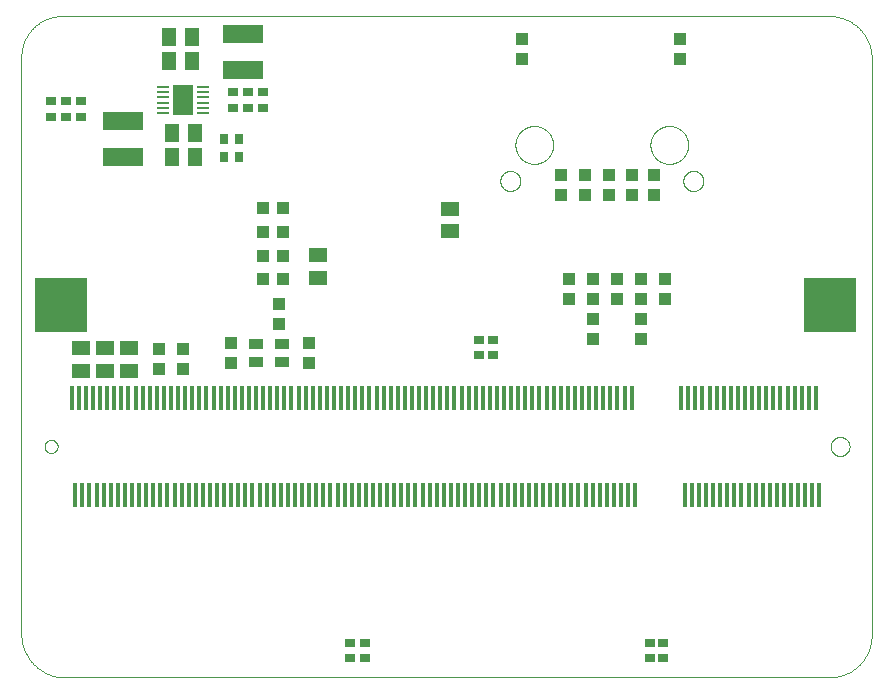
<source format=gbp>
G75*
%MOIN*%
%OFA0B0*%
%FSLAX25Y25*%
%IPPOS*%
%LPD*%
%AMOC8*
5,1,8,0,0,1.08239X$1,22.5*
%
%ADD10C,0.00000*%
%ADD11R,0.01378X0.07874*%
%ADD12R,0.17717X0.18110*%
%ADD13R,0.03937X0.00984*%
%ADD14R,0.06693X0.09843*%
%ADD15R,0.13780X0.05906*%
%ADD16R,0.02756X0.03543*%
%ADD17R,0.03543X0.02756*%
%ADD18R,0.05118X0.05906*%
%ADD19R,0.05906X0.05118*%
%ADD20R,0.04331X0.03937*%
%ADD21R,0.03937X0.04331*%
%ADD22R,0.04724X0.03543*%
D10*
X0015673Y0001500D02*
X0270791Y0001500D01*
X0271133Y0001504D01*
X0271476Y0001517D01*
X0271818Y0001537D01*
X0272159Y0001566D01*
X0272499Y0001603D01*
X0272839Y0001649D01*
X0273177Y0001702D01*
X0273514Y0001764D01*
X0273849Y0001834D01*
X0274183Y0001912D01*
X0274514Y0001998D01*
X0274844Y0002092D01*
X0275171Y0002194D01*
X0275495Y0002303D01*
X0275817Y0002421D01*
X0276136Y0002546D01*
X0276451Y0002679D01*
X0276764Y0002820D01*
X0277072Y0002968D01*
X0277378Y0003123D01*
X0277679Y0003286D01*
X0277976Y0003456D01*
X0278269Y0003633D01*
X0278558Y0003818D01*
X0278842Y0004009D01*
X0279122Y0004207D01*
X0279396Y0004411D01*
X0279666Y0004623D01*
X0279930Y0004840D01*
X0280189Y0005064D01*
X0280443Y0005295D01*
X0280691Y0005531D01*
X0280933Y0005773D01*
X0281169Y0006021D01*
X0281400Y0006275D01*
X0281624Y0006534D01*
X0281841Y0006798D01*
X0282053Y0007068D01*
X0282257Y0007342D01*
X0282455Y0007622D01*
X0282646Y0007906D01*
X0282831Y0008195D01*
X0283008Y0008488D01*
X0283178Y0008785D01*
X0283341Y0009086D01*
X0283496Y0009392D01*
X0283644Y0009700D01*
X0283785Y0010013D01*
X0283918Y0010328D01*
X0284043Y0010647D01*
X0284161Y0010969D01*
X0284270Y0011293D01*
X0284372Y0011620D01*
X0284466Y0011950D01*
X0284552Y0012281D01*
X0284630Y0012615D01*
X0284700Y0012950D01*
X0284762Y0013287D01*
X0284815Y0013625D01*
X0284861Y0013965D01*
X0284898Y0014305D01*
X0284927Y0014646D01*
X0284947Y0014988D01*
X0284960Y0015331D01*
X0284964Y0015673D01*
X0284965Y0015673D02*
X0284965Y0207799D01*
X0284964Y0207799D02*
X0284960Y0208141D01*
X0284947Y0208484D01*
X0284927Y0208826D01*
X0284898Y0209167D01*
X0284861Y0209507D01*
X0284815Y0209847D01*
X0284762Y0210185D01*
X0284700Y0210522D01*
X0284630Y0210857D01*
X0284552Y0211191D01*
X0284466Y0211522D01*
X0284372Y0211852D01*
X0284270Y0212179D01*
X0284161Y0212503D01*
X0284043Y0212825D01*
X0283918Y0213144D01*
X0283785Y0213459D01*
X0283644Y0213772D01*
X0283496Y0214080D01*
X0283341Y0214386D01*
X0283178Y0214687D01*
X0283008Y0214984D01*
X0282831Y0215277D01*
X0282646Y0215566D01*
X0282455Y0215850D01*
X0282257Y0216130D01*
X0282053Y0216404D01*
X0281841Y0216674D01*
X0281624Y0216938D01*
X0281400Y0217197D01*
X0281169Y0217451D01*
X0280933Y0217699D01*
X0280691Y0217941D01*
X0280443Y0218177D01*
X0280189Y0218408D01*
X0279930Y0218632D01*
X0279666Y0218849D01*
X0279396Y0219061D01*
X0279122Y0219265D01*
X0278842Y0219463D01*
X0278558Y0219654D01*
X0278269Y0219839D01*
X0277976Y0220016D01*
X0277679Y0220186D01*
X0277378Y0220349D01*
X0277072Y0220504D01*
X0276764Y0220652D01*
X0276451Y0220793D01*
X0276136Y0220926D01*
X0275817Y0221051D01*
X0275495Y0221169D01*
X0275171Y0221278D01*
X0274844Y0221380D01*
X0274514Y0221474D01*
X0274183Y0221560D01*
X0273849Y0221638D01*
X0273514Y0221708D01*
X0273177Y0221770D01*
X0272839Y0221823D01*
X0272499Y0221869D01*
X0272159Y0221906D01*
X0271818Y0221935D01*
X0271476Y0221955D01*
X0271133Y0221968D01*
X0270791Y0221972D01*
X0015673Y0221972D01*
X0001500Y0208799D02*
X0001500Y0016673D01*
X0001492Y0016318D01*
X0001492Y0015963D01*
X0001502Y0015609D01*
X0001520Y0015254D01*
X0001546Y0014901D01*
X0001581Y0014548D01*
X0001625Y0014195D01*
X0001677Y0013845D01*
X0001737Y0013495D01*
X0001806Y0013147D01*
X0001884Y0012801D01*
X0001969Y0012456D01*
X0002063Y0012114D01*
X0002165Y0011774D01*
X0002276Y0011437D01*
X0002394Y0011103D01*
X0002521Y0010771D01*
X0002655Y0010443D01*
X0002798Y0010118D01*
X0002948Y0009797D01*
X0003106Y0009479D01*
X0003271Y0009165D01*
X0003445Y0008855D01*
X0003625Y0008550D01*
X0003813Y0008249D01*
X0004008Y0007953D01*
X0004210Y0007661D01*
X0004419Y0007375D01*
X0004635Y0007093D01*
X0004858Y0006817D01*
X0005088Y0006546D01*
X0005323Y0006281D01*
X0005566Y0006022D01*
X0005814Y0005769D01*
X0006068Y0005521D01*
X0006329Y0005280D01*
X0006595Y0005046D01*
X0006867Y0004817D01*
X0007144Y0004596D01*
X0007426Y0004381D01*
X0007714Y0004173D01*
X0008006Y0003972D01*
X0008303Y0003778D01*
X0008605Y0003592D01*
X0008911Y0003413D01*
X0009222Y0003241D01*
X0009536Y0003077D01*
X0009855Y0002920D01*
X0010177Y0002771D01*
X0010502Y0002630D01*
X0010831Y0002497D01*
X0011163Y0002372D01*
X0011498Y0002255D01*
X0011836Y0002146D01*
X0012176Y0002046D01*
X0012518Y0001953D01*
X0012863Y0001869D01*
X0013210Y0001793D01*
X0013558Y0001726D01*
X0013908Y0001667D01*
X0014259Y0001616D01*
X0014611Y0001574D01*
X0014965Y0001541D01*
X0015319Y0001516D01*
X0015673Y0001500D01*
X0009276Y0078500D02*
X0009278Y0078593D01*
X0009284Y0078685D01*
X0009294Y0078777D01*
X0009308Y0078868D01*
X0009325Y0078959D01*
X0009347Y0079049D01*
X0009372Y0079138D01*
X0009401Y0079226D01*
X0009434Y0079312D01*
X0009471Y0079397D01*
X0009511Y0079481D01*
X0009555Y0079562D01*
X0009602Y0079642D01*
X0009652Y0079720D01*
X0009706Y0079795D01*
X0009763Y0079868D01*
X0009823Y0079938D01*
X0009886Y0080006D01*
X0009952Y0080071D01*
X0010020Y0080133D01*
X0010091Y0080193D01*
X0010165Y0080249D01*
X0010241Y0080302D01*
X0010319Y0080351D01*
X0010399Y0080398D01*
X0010481Y0080440D01*
X0010565Y0080480D01*
X0010650Y0080515D01*
X0010737Y0080547D01*
X0010825Y0080576D01*
X0010914Y0080600D01*
X0011004Y0080621D01*
X0011095Y0080637D01*
X0011187Y0080650D01*
X0011279Y0080659D01*
X0011372Y0080664D01*
X0011464Y0080665D01*
X0011557Y0080662D01*
X0011649Y0080655D01*
X0011741Y0080644D01*
X0011832Y0080629D01*
X0011923Y0080611D01*
X0012013Y0080588D01*
X0012101Y0080562D01*
X0012189Y0080532D01*
X0012275Y0080498D01*
X0012359Y0080461D01*
X0012442Y0080419D01*
X0012523Y0080375D01*
X0012603Y0080327D01*
X0012680Y0080276D01*
X0012754Y0080221D01*
X0012827Y0080163D01*
X0012897Y0080103D01*
X0012964Y0080039D01*
X0013028Y0079973D01*
X0013090Y0079903D01*
X0013148Y0079832D01*
X0013203Y0079758D01*
X0013255Y0079681D01*
X0013304Y0079602D01*
X0013350Y0079522D01*
X0013392Y0079439D01*
X0013430Y0079355D01*
X0013465Y0079269D01*
X0013496Y0079182D01*
X0013523Y0079094D01*
X0013546Y0079004D01*
X0013566Y0078914D01*
X0013582Y0078823D01*
X0013594Y0078731D01*
X0013602Y0078639D01*
X0013606Y0078546D01*
X0013606Y0078454D01*
X0013602Y0078361D01*
X0013594Y0078269D01*
X0013582Y0078177D01*
X0013566Y0078086D01*
X0013546Y0077996D01*
X0013523Y0077906D01*
X0013496Y0077818D01*
X0013465Y0077731D01*
X0013430Y0077645D01*
X0013392Y0077561D01*
X0013350Y0077478D01*
X0013304Y0077398D01*
X0013255Y0077319D01*
X0013203Y0077242D01*
X0013148Y0077168D01*
X0013090Y0077097D01*
X0013028Y0077027D01*
X0012964Y0076961D01*
X0012897Y0076897D01*
X0012827Y0076837D01*
X0012754Y0076779D01*
X0012680Y0076724D01*
X0012603Y0076673D01*
X0012524Y0076625D01*
X0012442Y0076581D01*
X0012359Y0076539D01*
X0012275Y0076502D01*
X0012189Y0076468D01*
X0012101Y0076438D01*
X0012013Y0076412D01*
X0011923Y0076389D01*
X0011832Y0076371D01*
X0011741Y0076356D01*
X0011649Y0076345D01*
X0011557Y0076338D01*
X0011464Y0076335D01*
X0011372Y0076336D01*
X0011279Y0076341D01*
X0011187Y0076350D01*
X0011095Y0076363D01*
X0011004Y0076379D01*
X0010914Y0076400D01*
X0010825Y0076424D01*
X0010737Y0076453D01*
X0010650Y0076485D01*
X0010565Y0076520D01*
X0010481Y0076560D01*
X0010399Y0076602D01*
X0010319Y0076649D01*
X0010241Y0076698D01*
X0010165Y0076751D01*
X0010091Y0076807D01*
X0010020Y0076867D01*
X0009952Y0076929D01*
X0009886Y0076994D01*
X0009823Y0077062D01*
X0009763Y0077132D01*
X0009706Y0077205D01*
X0009652Y0077280D01*
X0009602Y0077358D01*
X0009555Y0077438D01*
X0009511Y0077519D01*
X0009471Y0077603D01*
X0009434Y0077688D01*
X0009401Y0077774D01*
X0009372Y0077862D01*
X0009347Y0077951D01*
X0009325Y0078041D01*
X0009308Y0078132D01*
X0009294Y0078223D01*
X0009284Y0078315D01*
X0009278Y0078407D01*
X0009276Y0078500D01*
X0161142Y0166992D02*
X0161144Y0167107D01*
X0161150Y0167223D01*
X0161160Y0167338D01*
X0161174Y0167453D01*
X0161192Y0167567D01*
X0161214Y0167680D01*
X0161239Y0167793D01*
X0161269Y0167904D01*
X0161302Y0168015D01*
X0161339Y0168124D01*
X0161380Y0168232D01*
X0161425Y0168339D01*
X0161473Y0168444D01*
X0161525Y0168547D01*
X0161581Y0168648D01*
X0161640Y0168748D01*
X0161702Y0168845D01*
X0161768Y0168940D01*
X0161836Y0169033D01*
X0161908Y0169123D01*
X0161983Y0169211D01*
X0162062Y0169296D01*
X0162143Y0169378D01*
X0162226Y0169458D01*
X0162313Y0169534D01*
X0162402Y0169608D01*
X0162493Y0169678D01*
X0162587Y0169746D01*
X0162683Y0169810D01*
X0162782Y0169870D01*
X0162882Y0169927D01*
X0162984Y0169981D01*
X0163088Y0170031D01*
X0163194Y0170078D01*
X0163301Y0170121D01*
X0163410Y0170160D01*
X0163520Y0170195D01*
X0163631Y0170226D01*
X0163743Y0170254D01*
X0163856Y0170278D01*
X0163970Y0170298D01*
X0164085Y0170314D01*
X0164200Y0170326D01*
X0164315Y0170334D01*
X0164430Y0170338D01*
X0164546Y0170338D01*
X0164661Y0170334D01*
X0164776Y0170326D01*
X0164891Y0170314D01*
X0165006Y0170298D01*
X0165120Y0170278D01*
X0165233Y0170254D01*
X0165345Y0170226D01*
X0165456Y0170195D01*
X0165566Y0170160D01*
X0165675Y0170121D01*
X0165782Y0170078D01*
X0165888Y0170031D01*
X0165992Y0169981D01*
X0166094Y0169927D01*
X0166194Y0169870D01*
X0166293Y0169810D01*
X0166389Y0169746D01*
X0166483Y0169678D01*
X0166574Y0169608D01*
X0166663Y0169534D01*
X0166750Y0169458D01*
X0166833Y0169378D01*
X0166914Y0169296D01*
X0166993Y0169211D01*
X0167068Y0169123D01*
X0167140Y0169033D01*
X0167208Y0168940D01*
X0167274Y0168845D01*
X0167336Y0168748D01*
X0167395Y0168648D01*
X0167451Y0168547D01*
X0167503Y0168444D01*
X0167551Y0168339D01*
X0167596Y0168232D01*
X0167637Y0168124D01*
X0167674Y0168015D01*
X0167707Y0167904D01*
X0167737Y0167793D01*
X0167762Y0167680D01*
X0167784Y0167567D01*
X0167802Y0167453D01*
X0167816Y0167338D01*
X0167826Y0167223D01*
X0167832Y0167107D01*
X0167834Y0166992D01*
X0167832Y0166877D01*
X0167826Y0166761D01*
X0167816Y0166646D01*
X0167802Y0166531D01*
X0167784Y0166417D01*
X0167762Y0166304D01*
X0167737Y0166191D01*
X0167707Y0166080D01*
X0167674Y0165969D01*
X0167637Y0165860D01*
X0167596Y0165752D01*
X0167551Y0165645D01*
X0167503Y0165540D01*
X0167451Y0165437D01*
X0167395Y0165336D01*
X0167336Y0165236D01*
X0167274Y0165139D01*
X0167208Y0165044D01*
X0167140Y0164951D01*
X0167068Y0164861D01*
X0166993Y0164773D01*
X0166914Y0164688D01*
X0166833Y0164606D01*
X0166750Y0164526D01*
X0166663Y0164450D01*
X0166574Y0164376D01*
X0166483Y0164306D01*
X0166389Y0164238D01*
X0166293Y0164174D01*
X0166194Y0164114D01*
X0166094Y0164057D01*
X0165992Y0164003D01*
X0165888Y0163953D01*
X0165782Y0163906D01*
X0165675Y0163863D01*
X0165566Y0163824D01*
X0165456Y0163789D01*
X0165345Y0163758D01*
X0165233Y0163730D01*
X0165120Y0163706D01*
X0165006Y0163686D01*
X0164891Y0163670D01*
X0164776Y0163658D01*
X0164661Y0163650D01*
X0164546Y0163646D01*
X0164430Y0163646D01*
X0164315Y0163650D01*
X0164200Y0163658D01*
X0164085Y0163670D01*
X0163970Y0163686D01*
X0163856Y0163706D01*
X0163743Y0163730D01*
X0163631Y0163758D01*
X0163520Y0163789D01*
X0163410Y0163824D01*
X0163301Y0163863D01*
X0163194Y0163906D01*
X0163088Y0163953D01*
X0162984Y0164003D01*
X0162882Y0164057D01*
X0162782Y0164114D01*
X0162683Y0164174D01*
X0162587Y0164238D01*
X0162493Y0164306D01*
X0162402Y0164376D01*
X0162313Y0164450D01*
X0162226Y0164526D01*
X0162143Y0164606D01*
X0162062Y0164688D01*
X0161983Y0164773D01*
X0161908Y0164861D01*
X0161836Y0164951D01*
X0161768Y0165044D01*
X0161702Y0165139D01*
X0161640Y0165236D01*
X0161581Y0165336D01*
X0161525Y0165437D01*
X0161473Y0165540D01*
X0161425Y0165645D01*
X0161380Y0165752D01*
X0161339Y0165860D01*
X0161302Y0165969D01*
X0161269Y0166080D01*
X0161239Y0166191D01*
X0161214Y0166304D01*
X0161192Y0166417D01*
X0161174Y0166531D01*
X0161160Y0166646D01*
X0161150Y0166761D01*
X0161144Y0166877D01*
X0161142Y0166992D01*
X0166201Y0179000D02*
X0166203Y0179158D01*
X0166209Y0179316D01*
X0166219Y0179474D01*
X0166233Y0179632D01*
X0166251Y0179789D01*
X0166272Y0179946D01*
X0166298Y0180102D01*
X0166328Y0180258D01*
X0166361Y0180413D01*
X0166399Y0180566D01*
X0166440Y0180719D01*
X0166485Y0180871D01*
X0166534Y0181022D01*
X0166587Y0181171D01*
X0166643Y0181319D01*
X0166703Y0181465D01*
X0166767Y0181610D01*
X0166835Y0181753D01*
X0166906Y0181895D01*
X0166980Y0182035D01*
X0167058Y0182172D01*
X0167140Y0182308D01*
X0167224Y0182442D01*
X0167313Y0182573D01*
X0167404Y0182702D01*
X0167499Y0182829D01*
X0167596Y0182954D01*
X0167697Y0183076D01*
X0167801Y0183195D01*
X0167908Y0183312D01*
X0168018Y0183426D01*
X0168131Y0183537D01*
X0168246Y0183646D01*
X0168364Y0183751D01*
X0168485Y0183853D01*
X0168608Y0183953D01*
X0168734Y0184049D01*
X0168862Y0184142D01*
X0168992Y0184232D01*
X0169125Y0184318D01*
X0169260Y0184402D01*
X0169396Y0184481D01*
X0169535Y0184558D01*
X0169676Y0184630D01*
X0169818Y0184700D01*
X0169962Y0184765D01*
X0170108Y0184827D01*
X0170255Y0184885D01*
X0170404Y0184940D01*
X0170554Y0184991D01*
X0170705Y0185038D01*
X0170857Y0185081D01*
X0171010Y0185120D01*
X0171165Y0185156D01*
X0171320Y0185187D01*
X0171476Y0185215D01*
X0171632Y0185239D01*
X0171789Y0185259D01*
X0171947Y0185275D01*
X0172104Y0185287D01*
X0172263Y0185295D01*
X0172421Y0185299D01*
X0172579Y0185299D01*
X0172737Y0185295D01*
X0172896Y0185287D01*
X0173053Y0185275D01*
X0173211Y0185259D01*
X0173368Y0185239D01*
X0173524Y0185215D01*
X0173680Y0185187D01*
X0173835Y0185156D01*
X0173990Y0185120D01*
X0174143Y0185081D01*
X0174295Y0185038D01*
X0174446Y0184991D01*
X0174596Y0184940D01*
X0174745Y0184885D01*
X0174892Y0184827D01*
X0175038Y0184765D01*
X0175182Y0184700D01*
X0175324Y0184630D01*
X0175465Y0184558D01*
X0175604Y0184481D01*
X0175740Y0184402D01*
X0175875Y0184318D01*
X0176008Y0184232D01*
X0176138Y0184142D01*
X0176266Y0184049D01*
X0176392Y0183953D01*
X0176515Y0183853D01*
X0176636Y0183751D01*
X0176754Y0183646D01*
X0176869Y0183537D01*
X0176982Y0183426D01*
X0177092Y0183312D01*
X0177199Y0183195D01*
X0177303Y0183076D01*
X0177404Y0182954D01*
X0177501Y0182829D01*
X0177596Y0182702D01*
X0177687Y0182573D01*
X0177776Y0182442D01*
X0177860Y0182308D01*
X0177942Y0182172D01*
X0178020Y0182035D01*
X0178094Y0181895D01*
X0178165Y0181753D01*
X0178233Y0181610D01*
X0178297Y0181465D01*
X0178357Y0181319D01*
X0178413Y0181171D01*
X0178466Y0181022D01*
X0178515Y0180871D01*
X0178560Y0180719D01*
X0178601Y0180566D01*
X0178639Y0180413D01*
X0178672Y0180258D01*
X0178702Y0180102D01*
X0178728Y0179946D01*
X0178749Y0179789D01*
X0178767Y0179632D01*
X0178781Y0179474D01*
X0178791Y0179316D01*
X0178797Y0179158D01*
X0178799Y0179000D01*
X0178797Y0178842D01*
X0178791Y0178684D01*
X0178781Y0178526D01*
X0178767Y0178368D01*
X0178749Y0178211D01*
X0178728Y0178054D01*
X0178702Y0177898D01*
X0178672Y0177742D01*
X0178639Y0177587D01*
X0178601Y0177434D01*
X0178560Y0177281D01*
X0178515Y0177129D01*
X0178466Y0176978D01*
X0178413Y0176829D01*
X0178357Y0176681D01*
X0178297Y0176535D01*
X0178233Y0176390D01*
X0178165Y0176247D01*
X0178094Y0176105D01*
X0178020Y0175965D01*
X0177942Y0175828D01*
X0177860Y0175692D01*
X0177776Y0175558D01*
X0177687Y0175427D01*
X0177596Y0175298D01*
X0177501Y0175171D01*
X0177404Y0175046D01*
X0177303Y0174924D01*
X0177199Y0174805D01*
X0177092Y0174688D01*
X0176982Y0174574D01*
X0176869Y0174463D01*
X0176754Y0174354D01*
X0176636Y0174249D01*
X0176515Y0174147D01*
X0176392Y0174047D01*
X0176266Y0173951D01*
X0176138Y0173858D01*
X0176008Y0173768D01*
X0175875Y0173682D01*
X0175740Y0173598D01*
X0175604Y0173519D01*
X0175465Y0173442D01*
X0175324Y0173370D01*
X0175182Y0173300D01*
X0175038Y0173235D01*
X0174892Y0173173D01*
X0174745Y0173115D01*
X0174596Y0173060D01*
X0174446Y0173009D01*
X0174295Y0172962D01*
X0174143Y0172919D01*
X0173990Y0172880D01*
X0173835Y0172844D01*
X0173680Y0172813D01*
X0173524Y0172785D01*
X0173368Y0172761D01*
X0173211Y0172741D01*
X0173053Y0172725D01*
X0172896Y0172713D01*
X0172737Y0172705D01*
X0172579Y0172701D01*
X0172421Y0172701D01*
X0172263Y0172705D01*
X0172104Y0172713D01*
X0171947Y0172725D01*
X0171789Y0172741D01*
X0171632Y0172761D01*
X0171476Y0172785D01*
X0171320Y0172813D01*
X0171165Y0172844D01*
X0171010Y0172880D01*
X0170857Y0172919D01*
X0170705Y0172962D01*
X0170554Y0173009D01*
X0170404Y0173060D01*
X0170255Y0173115D01*
X0170108Y0173173D01*
X0169962Y0173235D01*
X0169818Y0173300D01*
X0169676Y0173370D01*
X0169535Y0173442D01*
X0169396Y0173519D01*
X0169260Y0173598D01*
X0169125Y0173682D01*
X0168992Y0173768D01*
X0168862Y0173858D01*
X0168734Y0173951D01*
X0168608Y0174047D01*
X0168485Y0174147D01*
X0168364Y0174249D01*
X0168246Y0174354D01*
X0168131Y0174463D01*
X0168018Y0174574D01*
X0167908Y0174688D01*
X0167801Y0174805D01*
X0167697Y0174924D01*
X0167596Y0175046D01*
X0167499Y0175171D01*
X0167404Y0175298D01*
X0167313Y0175427D01*
X0167224Y0175558D01*
X0167140Y0175692D01*
X0167058Y0175828D01*
X0166980Y0175965D01*
X0166906Y0176105D01*
X0166835Y0176247D01*
X0166767Y0176390D01*
X0166703Y0176535D01*
X0166643Y0176681D01*
X0166587Y0176829D01*
X0166534Y0176978D01*
X0166485Y0177129D01*
X0166440Y0177281D01*
X0166399Y0177434D01*
X0166361Y0177587D01*
X0166328Y0177742D01*
X0166298Y0177898D01*
X0166272Y0178054D01*
X0166251Y0178211D01*
X0166233Y0178368D01*
X0166219Y0178526D01*
X0166209Y0178684D01*
X0166203Y0178842D01*
X0166201Y0179000D01*
X0211201Y0179000D02*
X0211203Y0179158D01*
X0211209Y0179316D01*
X0211219Y0179474D01*
X0211233Y0179632D01*
X0211251Y0179789D01*
X0211272Y0179946D01*
X0211298Y0180102D01*
X0211328Y0180258D01*
X0211361Y0180413D01*
X0211399Y0180566D01*
X0211440Y0180719D01*
X0211485Y0180871D01*
X0211534Y0181022D01*
X0211587Y0181171D01*
X0211643Y0181319D01*
X0211703Y0181465D01*
X0211767Y0181610D01*
X0211835Y0181753D01*
X0211906Y0181895D01*
X0211980Y0182035D01*
X0212058Y0182172D01*
X0212140Y0182308D01*
X0212224Y0182442D01*
X0212313Y0182573D01*
X0212404Y0182702D01*
X0212499Y0182829D01*
X0212596Y0182954D01*
X0212697Y0183076D01*
X0212801Y0183195D01*
X0212908Y0183312D01*
X0213018Y0183426D01*
X0213131Y0183537D01*
X0213246Y0183646D01*
X0213364Y0183751D01*
X0213485Y0183853D01*
X0213608Y0183953D01*
X0213734Y0184049D01*
X0213862Y0184142D01*
X0213992Y0184232D01*
X0214125Y0184318D01*
X0214260Y0184402D01*
X0214396Y0184481D01*
X0214535Y0184558D01*
X0214676Y0184630D01*
X0214818Y0184700D01*
X0214962Y0184765D01*
X0215108Y0184827D01*
X0215255Y0184885D01*
X0215404Y0184940D01*
X0215554Y0184991D01*
X0215705Y0185038D01*
X0215857Y0185081D01*
X0216010Y0185120D01*
X0216165Y0185156D01*
X0216320Y0185187D01*
X0216476Y0185215D01*
X0216632Y0185239D01*
X0216789Y0185259D01*
X0216947Y0185275D01*
X0217104Y0185287D01*
X0217263Y0185295D01*
X0217421Y0185299D01*
X0217579Y0185299D01*
X0217737Y0185295D01*
X0217896Y0185287D01*
X0218053Y0185275D01*
X0218211Y0185259D01*
X0218368Y0185239D01*
X0218524Y0185215D01*
X0218680Y0185187D01*
X0218835Y0185156D01*
X0218990Y0185120D01*
X0219143Y0185081D01*
X0219295Y0185038D01*
X0219446Y0184991D01*
X0219596Y0184940D01*
X0219745Y0184885D01*
X0219892Y0184827D01*
X0220038Y0184765D01*
X0220182Y0184700D01*
X0220324Y0184630D01*
X0220465Y0184558D01*
X0220604Y0184481D01*
X0220740Y0184402D01*
X0220875Y0184318D01*
X0221008Y0184232D01*
X0221138Y0184142D01*
X0221266Y0184049D01*
X0221392Y0183953D01*
X0221515Y0183853D01*
X0221636Y0183751D01*
X0221754Y0183646D01*
X0221869Y0183537D01*
X0221982Y0183426D01*
X0222092Y0183312D01*
X0222199Y0183195D01*
X0222303Y0183076D01*
X0222404Y0182954D01*
X0222501Y0182829D01*
X0222596Y0182702D01*
X0222687Y0182573D01*
X0222776Y0182442D01*
X0222860Y0182308D01*
X0222942Y0182172D01*
X0223020Y0182035D01*
X0223094Y0181895D01*
X0223165Y0181753D01*
X0223233Y0181610D01*
X0223297Y0181465D01*
X0223357Y0181319D01*
X0223413Y0181171D01*
X0223466Y0181022D01*
X0223515Y0180871D01*
X0223560Y0180719D01*
X0223601Y0180566D01*
X0223639Y0180413D01*
X0223672Y0180258D01*
X0223702Y0180102D01*
X0223728Y0179946D01*
X0223749Y0179789D01*
X0223767Y0179632D01*
X0223781Y0179474D01*
X0223791Y0179316D01*
X0223797Y0179158D01*
X0223799Y0179000D01*
X0223797Y0178842D01*
X0223791Y0178684D01*
X0223781Y0178526D01*
X0223767Y0178368D01*
X0223749Y0178211D01*
X0223728Y0178054D01*
X0223702Y0177898D01*
X0223672Y0177742D01*
X0223639Y0177587D01*
X0223601Y0177434D01*
X0223560Y0177281D01*
X0223515Y0177129D01*
X0223466Y0176978D01*
X0223413Y0176829D01*
X0223357Y0176681D01*
X0223297Y0176535D01*
X0223233Y0176390D01*
X0223165Y0176247D01*
X0223094Y0176105D01*
X0223020Y0175965D01*
X0222942Y0175828D01*
X0222860Y0175692D01*
X0222776Y0175558D01*
X0222687Y0175427D01*
X0222596Y0175298D01*
X0222501Y0175171D01*
X0222404Y0175046D01*
X0222303Y0174924D01*
X0222199Y0174805D01*
X0222092Y0174688D01*
X0221982Y0174574D01*
X0221869Y0174463D01*
X0221754Y0174354D01*
X0221636Y0174249D01*
X0221515Y0174147D01*
X0221392Y0174047D01*
X0221266Y0173951D01*
X0221138Y0173858D01*
X0221008Y0173768D01*
X0220875Y0173682D01*
X0220740Y0173598D01*
X0220604Y0173519D01*
X0220465Y0173442D01*
X0220324Y0173370D01*
X0220182Y0173300D01*
X0220038Y0173235D01*
X0219892Y0173173D01*
X0219745Y0173115D01*
X0219596Y0173060D01*
X0219446Y0173009D01*
X0219295Y0172962D01*
X0219143Y0172919D01*
X0218990Y0172880D01*
X0218835Y0172844D01*
X0218680Y0172813D01*
X0218524Y0172785D01*
X0218368Y0172761D01*
X0218211Y0172741D01*
X0218053Y0172725D01*
X0217896Y0172713D01*
X0217737Y0172705D01*
X0217579Y0172701D01*
X0217421Y0172701D01*
X0217263Y0172705D01*
X0217104Y0172713D01*
X0216947Y0172725D01*
X0216789Y0172741D01*
X0216632Y0172761D01*
X0216476Y0172785D01*
X0216320Y0172813D01*
X0216165Y0172844D01*
X0216010Y0172880D01*
X0215857Y0172919D01*
X0215705Y0172962D01*
X0215554Y0173009D01*
X0215404Y0173060D01*
X0215255Y0173115D01*
X0215108Y0173173D01*
X0214962Y0173235D01*
X0214818Y0173300D01*
X0214676Y0173370D01*
X0214535Y0173442D01*
X0214396Y0173519D01*
X0214260Y0173598D01*
X0214125Y0173682D01*
X0213992Y0173768D01*
X0213862Y0173858D01*
X0213734Y0173951D01*
X0213608Y0174047D01*
X0213485Y0174147D01*
X0213364Y0174249D01*
X0213246Y0174354D01*
X0213131Y0174463D01*
X0213018Y0174574D01*
X0212908Y0174688D01*
X0212801Y0174805D01*
X0212697Y0174924D01*
X0212596Y0175046D01*
X0212499Y0175171D01*
X0212404Y0175298D01*
X0212313Y0175427D01*
X0212224Y0175558D01*
X0212140Y0175692D01*
X0212058Y0175828D01*
X0211980Y0175965D01*
X0211906Y0176105D01*
X0211835Y0176247D01*
X0211767Y0176390D01*
X0211703Y0176535D01*
X0211643Y0176681D01*
X0211587Y0176829D01*
X0211534Y0176978D01*
X0211485Y0177129D01*
X0211440Y0177281D01*
X0211399Y0177434D01*
X0211361Y0177587D01*
X0211328Y0177742D01*
X0211298Y0177898D01*
X0211272Y0178054D01*
X0211251Y0178211D01*
X0211233Y0178368D01*
X0211219Y0178526D01*
X0211209Y0178684D01*
X0211203Y0178842D01*
X0211201Y0179000D01*
X0222166Y0166992D02*
X0222168Y0167107D01*
X0222174Y0167223D01*
X0222184Y0167338D01*
X0222198Y0167453D01*
X0222216Y0167567D01*
X0222238Y0167680D01*
X0222263Y0167793D01*
X0222293Y0167904D01*
X0222326Y0168015D01*
X0222363Y0168124D01*
X0222404Y0168232D01*
X0222449Y0168339D01*
X0222497Y0168444D01*
X0222549Y0168547D01*
X0222605Y0168648D01*
X0222664Y0168748D01*
X0222726Y0168845D01*
X0222792Y0168940D01*
X0222860Y0169033D01*
X0222932Y0169123D01*
X0223007Y0169211D01*
X0223086Y0169296D01*
X0223167Y0169378D01*
X0223250Y0169458D01*
X0223337Y0169534D01*
X0223426Y0169608D01*
X0223517Y0169678D01*
X0223611Y0169746D01*
X0223707Y0169810D01*
X0223806Y0169870D01*
X0223906Y0169927D01*
X0224008Y0169981D01*
X0224112Y0170031D01*
X0224218Y0170078D01*
X0224325Y0170121D01*
X0224434Y0170160D01*
X0224544Y0170195D01*
X0224655Y0170226D01*
X0224767Y0170254D01*
X0224880Y0170278D01*
X0224994Y0170298D01*
X0225109Y0170314D01*
X0225224Y0170326D01*
X0225339Y0170334D01*
X0225454Y0170338D01*
X0225570Y0170338D01*
X0225685Y0170334D01*
X0225800Y0170326D01*
X0225915Y0170314D01*
X0226030Y0170298D01*
X0226144Y0170278D01*
X0226257Y0170254D01*
X0226369Y0170226D01*
X0226480Y0170195D01*
X0226590Y0170160D01*
X0226699Y0170121D01*
X0226806Y0170078D01*
X0226912Y0170031D01*
X0227016Y0169981D01*
X0227118Y0169927D01*
X0227218Y0169870D01*
X0227317Y0169810D01*
X0227413Y0169746D01*
X0227507Y0169678D01*
X0227598Y0169608D01*
X0227687Y0169534D01*
X0227774Y0169458D01*
X0227857Y0169378D01*
X0227938Y0169296D01*
X0228017Y0169211D01*
X0228092Y0169123D01*
X0228164Y0169033D01*
X0228232Y0168940D01*
X0228298Y0168845D01*
X0228360Y0168748D01*
X0228419Y0168648D01*
X0228475Y0168547D01*
X0228527Y0168444D01*
X0228575Y0168339D01*
X0228620Y0168232D01*
X0228661Y0168124D01*
X0228698Y0168015D01*
X0228731Y0167904D01*
X0228761Y0167793D01*
X0228786Y0167680D01*
X0228808Y0167567D01*
X0228826Y0167453D01*
X0228840Y0167338D01*
X0228850Y0167223D01*
X0228856Y0167107D01*
X0228858Y0166992D01*
X0228856Y0166877D01*
X0228850Y0166761D01*
X0228840Y0166646D01*
X0228826Y0166531D01*
X0228808Y0166417D01*
X0228786Y0166304D01*
X0228761Y0166191D01*
X0228731Y0166080D01*
X0228698Y0165969D01*
X0228661Y0165860D01*
X0228620Y0165752D01*
X0228575Y0165645D01*
X0228527Y0165540D01*
X0228475Y0165437D01*
X0228419Y0165336D01*
X0228360Y0165236D01*
X0228298Y0165139D01*
X0228232Y0165044D01*
X0228164Y0164951D01*
X0228092Y0164861D01*
X0228017Y0164773D01*
X0227938Y0164688D01*
X0227857Y0164606D01*
X0227774Y0164526D01*
X0227687Y0164450D01*
X0227598Y0164376D01*
X0227507Y0164306D01*
X0227413Y0164238D01*
X0227317Y0164174D01*
X0227218Y0164114D01*
X0227118Y0164057D01*
X0227016Y0164003D01*
X0226912Y0163953D01*
X0226806Y0163906D01*
X0226699Y0163863D01*
X0226590Y0163824D01*
X0226480Y0163789D01*
X0226369Y0163758D01*
X0226257Y0163730D01*
X0226144Y0163706D01*
X0226030Y0163686D01*
X0225915Y0163670D01*
X0225800Y0163658D01*
X0225685Y0163650D01*
X0225570Y0163646D01*
X0225454Y0163646D01*
X0225339Y0163650D01*
X0225224Y0163658D01*
X0225109Y0163670D01*
X0224994Y0163686D01*
X0224880Y0163706D01*
X0224767Y0163730D01*
X0224655Y0163758D01*
X0224544Y0163789D01*
X0224434Y0163824D01*
X0224325Y0163863D01*
X0224218Y0163906D01*
X0224112Y0163953D01*
X0224008Y0164003D01*
X0223906Y0164057D01*
X0223806Y0164114D01*
X0223707Y0164174D01*
X0223611Y0164238D01*
X0223517Y0164306D01*
X0223426Y0164376D01*
X0223337Y0164450D01*
X0223250Y0164526D01*
X0223167Y0164606D01*
X0223086Y0164688D01*
X0223007Y0164773D01*
X0222932Y0164861D01*
X0222860Y0164951D01*
X0222792Y0165044D01*
X0222726Y0165139D01*
X0222664Y0165236D01*
X0222605Y0165336D01*
X0222549Y0165437D01*
X0222497Y0165540D01*
X0222449Y0165645D01*
X0222404Y0165752D01*
X0222363Y0165860D01*
X0222326Y0165969D01*
X0222293Y0166080D01*
X0222263Y0166191D01*
X0222238Y0166304D01*
X0222216Y0166417D01*
X0222198Y0166531D01*
X0222184Y0166646D01*
X0222174Y0166761D01*
X0222168Y0166877D01*
X0222166Y0166992D01*
X0271283Y0078500D02*
X0271285Y0078612D01*
X0271291Y0078723D01*
X0271301Y0078835D01*
X0271315Y0078946D01*
X0271332Y0079056D01*
X0271354Y0079166D01*
X0271380Y0079275D01*
X0271409Y0079383D01*
X0271442Y0079489D01*
X0271479Y0079595D01*
X0271520Y0079699D01*
X0271565Y0079802D01*
X0271613Y0079903D01*
X0271664Y0080002D01*
X0271719Y0080099D01*
X0271778Y0080194D01*
X0271839Y0080288D01*
X0271904Y0080379D01*
X0271973Y0080467D01*
X0272044Y0080553D01*
X0272118Y0080637D01*
X0272196Y0080717D01*
X0272276Y0080795D01*
X0272359Y0080871D01*
X0272444Y0080943D01*
X0272532Y0081012D01*
X0272622Y0081078D01*
X0272715Y0081140D01*
X0272810Y0081200D01*
X0272907Y0081256D01*
X0273005Y0081308D01*
X0273106Y0081357D01*
X0273208Y0081402D01*
X0273312Y0081444D01*
X0273417Y0081482D01*
X0273524Y0081516D01*
X0273631Y0081546D01*
X0273740Y0081573D01*
X0273849Y0081595D01*
X0273960Y0081614D01*
X0274070Y0081629D01*
X0274182Y0081640D01*
X0274293Y0081647D01*
X0274405Y0081650D01*
X0274517Y0081649D01*
X0274629Y0081644D01*
X0274740Y0081635D01*
X0274851Y0081622D01*
X0274962Y0081605D01*
X0275072Y0081585D01*
X0275181Y0081560D01*
X0275289Y0081532D01*
X0275396Y0081499D01*
X0275502Y0081463D01*
X0275606Y0081423D01*
X0275709Y0081380D01*
X0275811Y0081333D01*
X0275910Y0081282D01*
X0276008Y0081228D01*
X0276104Y0081170D01*
X0276198Y0081109D01*
X0276289Y0081045D01*
X0276378Y0080978D01*
X0276465Y0080907D01*
X0276549Y0080833D01*
X0276631Y0080757D01*
X0276709Y0080677D01*
X0276785Y0080595D01*
X0276858Y0080510D01*
X0276928Y0080423D01*
X0276994Y0080333D01*
X0277058Y0080241D01*
X0277118Y0080147D01*
X0277175Y0080051D01*
X0277228Y0079952D01*
X0277278Y0079852D01*
X0277324Y0079751D01*
X0277367Y0079647D01*
X0277406Y0079542D01*
X0277441Y0079436D01*
X0277472Y0079329D01*
X0277500Y0079220D01*
X0277523Y0079111D01*
X0277543Y0079001D01*
X0277559Y0078890D01*
X0277571Y0078779D01*
X0277579Y0078668D01*
X0277583Y0078556D01*
X0277583Y0078444D01*
X0277579Y0078332D01*
X0277571Y0078221D01*
X0277559Y0078110D01*
X0277543Y0077999D01*
X0277523Y0077889D01*
X0277500Y0077780D01*
X0277472Y0077671D01*
X0277441Y0077564D01*
X0277406Y0077458D01*
X0277367Y0077353D01*
X0277324Y0077249D01*
X0277278Y0077148D01*
X0277228Y0077048D01*
X0277175Y0076949D01*
X0277118Y0076853D01*
X0277058Y0076759D01*
X0276994Y0076667D01*
X0276928Y0076577D01*
X0276858Y0076490D01*
X0276785Y0076405D01*
X0276709Y0076323D01*
X0276631Y0076243D01*
X0276549Y0076167D01*
X0276465Y0076093D01*
X0276378Y0076022D01*
X0276289Y0075955D01*
X0276198Y0075891D01*
X0276104Y0075830D01*
X0276008Y0075772D01*
X0275910Y0075718D01*
X0275811Y0075667D01*
X0275709Y0075620D01*
X0275606Y0075577D01*
X0275502Y0075537D01*
X0275396Y0075501D01*
X0275289Y0075468D01*
X0275181Y0075440D01*
X0275072Y0075415D01*
X0274962Y0075395D01*
X0274851Y0075378D01*
X0274740Y0075365D01*
X0274629Y0075356D01*
X0274517Y0075351D01*
X0274405Y0075350D01*
X0274293Y0075353D01*
X0274182Y0075360D01*
X0274070Y0075371D01*
X0273960Y0075386D01*
X0273849Y0075405D01*
X0273740Y0075427D01*
X0273631Y0075454D01*
X0273524Y0075484D01*
X0273417Y0075518D01*
X0273312Y0075556D01*
X0273208Y0075598D01*
X0273106Y0075643D01*
X0273005Y0075692D01*
X0272907Y0075744D01*
X0272810Y0075800D01*
X0272715Y0075860D01*
X0272622Y0075922D01*
X0272532Y0075988D01*
X0272444Y0076057D01*
X0272359Y0076129D01*
X0272276Y0076205D01*
X0272196Y0076283D01*
X0272118Y0076363D01*
X0272044Y0076447D01*
X0271973Y0076533D01*
X0271904Y0076621D01*
X0271839Y0076712D01*
X0271778Y0076806D01*
X0271719Y0076901D01*
X0271664Y0076998D01*
X0271613Y0077097D01*
X0271565Y0077198D01*
X0271520Y0077301D01*
X0271479Y0077405D01*
X0271442Y0077511D01*
X0271409Y0077617D01*
X0271380Y0077725D01*
X0271354Y0077834D01*
X0271332Y0077944D01*
X0271315Y0078054D01*
X0271301Y0078165D01*
X0271291Y0078277D01*
X0271285Y0078388D01*
X0271283Y0078500D01*
X0015673Y0221972D02*
X0015342Y0221980D01*
X0015012Y0221980D01*
X0014681Y0221972D01*
X0014351Y0221956D01*
X0014021Y0221932D01*
X0013692Y0221901D01*
X0013364Y0221861D01*
X0013037Y0221813D01*
X0012711Y0221758D01*
X0012386Y0221694D01*
X0012063Y0221623D01*
X0011742Y0221544D01*
X0011423Y0221457D01*
X0011107Y0221363D01*
X0010792Y0221261D01*
X0010480Y0221151D01*
X0010171Y0221034D01*
X0009865Y0220909D01*
X0009562Y0220777D01*
X0009262Y0220638D01*
X0008965Y0220492D01*
X0008672Y0220338D01*
X0008383Y0220177D01*
X0008098Y0220010D01*
X0007817Y0219836D01*
X0007541Y0219654D01*
X0007269Y0219467D01*
X0007001Y0219272D01*
X0006738Y0219072D01*
X0006480Y0218865D01*
X0006228Y0218652D01*
X0005980Y0218433D01*
X0005738Y0218207D01*
X0005501Y0217977D01*
X0005270Y0217740D01*
X0005045Y0217498D01*
X0004826Y0217251D01*
X0004612Y0216998D01*
X0004405Y0216740D01*
X0004204Y0216478D01*
X0004010Y0216210D01*
X0003822Y0215938D01*
X0003641Y0215662D01*
X0003466Y0215381D01*
X0003299Y0215096D01*
X0003138Y0214807D01*
X0002984Y0214514D01*
X0002838Y0214218D01*
X0002698Y0213918D01*
X0002566Y0213615D01*
X0002441Y0213309D01*
X0002324Y0213000D01*
X0002214Y0212688D01*
X0002112Y0212373D01*
X0002017Y0212057D01*
X0001930Y0211738D01*
X0001851Y0211417D01*
X0001779Y0211094D01*
X0001716Y0210769D01*
X0001660Y0210443D01*
X0001612Y0210116D01*
X0001572Y0209788D01*
X0001540Y0209459D01*
X0001516Y0209129D01*
X0001500Y0208799D01*
D11*
X0018331Y0094642D03*
X0020693Y0094642D03*
X0023055Y0094642D03*
X0025417Y0094642D03*
X0027780Y0094642D03*
X0030142Y0094642D03*
X0032504Y0094642D03*
X0034866Y0094642D03*
X0037228Y0094642D03*
X0039591Y0094642D03*
X0041953Y0094642D03*
X0044315Y0094642D03*
X0046677Y0094642D03*
X0049039Y0094642D03*
X0051402Y0094642D03*
X0053764Y0094642D03*
X0056126Y0094642D03*
X0058488Y0094642D03*
X0060850Y0094642D03*
X0063213Y0094642D03*
X0065575Y0094642D03*
X0067937Y0094642D03*
X0070299Y0094642D03*
X0072661Y0094642D03*
X0075024Y0094642D03*
X0077386Y0094642D03*
X0079748Y0094642D03*
X0082110Y0094642D03*
X0084472Y0094642D03*
X0086835Y0094642D03*
X0089197Y0094642D03*
X0091559Y0094642D03*
X0093921Y0094642D03*
X0096283Y0094642D03*
X0098646Y0094642D03*
X0101008Y0094642D03*
X0103370Y0094642D03*
X0105732Y0094642D03*
X0108094Y0094642D03*
X0110457Y0094642D03*
X0112819Y0094642D03*
X0115181Y0094642D03*
X0117543Y0094642D03*
X0119906Y0094642D03*
X0122268Y0094642D03*
X0124630Y0094642D03*
X0126992Y0094642D03*
X0129354Y0094642D03*
X0131717Y0094642D03*
X0134079Y0094642D03*
X0136441Y0094642D03*
X0138803Y0094642D03*
X0141165Y0094642D03*
X0143528Y0094642D03*
X0145890Y0094642D03*
X0148252Y0094642D03*
X0150614Y0094642D03*
X0152976Y0094642D03*
X0155339Y0094642D03*
X0157701Y0094642D03*
X0160063Y0094642D03*
X0162425Y0094642D03*
X0164787Y0094642D03*
X0167150Y0094642D03*
X0169512Y0094642D03*
X0171874Y0094642D03*
X0174236Y0094642D03*
X0176598Y0094642D03*
X0178961Y0094642D03*
X0181323Y0094642D03*
X0183685Y0094642D03*
X0186047Y0094642D03*
X0188409Y0094642D03*
X0190772Y0094642D03*
X0193134Y0094642D03*
X0195496Y0094642D03*
X0197858Y0094642D03*
X0200220Y0094642D03*
X0202583Y0094642D03*
X0204945Y0094642D03*
X0221480Y0094642D03*
X0223843Y0094642D03*
X0226205Y0094642D03*
X0228567Y0094642D03*
X0230929Y0094642D03*
X0233291Y0094642D03*
X0235654Y0094642D03*
X0238016Y0094642D03*
X0240378Y0094642D03*
X0242740Y0094642D03*
X0245102Y0094642D03*
X0247465Y0094642D03*
X0249827Y0094642D03*
X0252189Y0094642D03*
X0254551Y0094642D03*
X0256913Y0094642D03*
X0259276Y0094642D03*
X0261638Y0094642D03*
X0264000Y0094642D03*
X0266362Y0094642D03*
X0265181Y0062358D03*
X0262819Y0062358D03*
X0260457Y0062358D03*
X0258094Y0062358D03*
X0255732Y0062358D03*
X0253370Y0062358D03*
X0251008Y0062358D03*
X0248646Y0062358D03*
X0246283Y0062358D03*
X0243921Y0062358D03*
X0241559Y0062358D03*
X0239197Y0062358D03*
X0236835Y0062358D03*
X0234472Y0062358D03*
X0232110Y0062358D03*
X0229748Y0062358D03*
X0227386Y0062358D03*
X0225024Y0062358D03*
X0222661Y0062358D03*
X0206126Y0062358D03*
X0203764Y0062358D03*
X0201402Y0062358D03*
X0199039Y0062358D03*
X0196677Y0062358D03*
X0194315Y0062358D03*
X0191953Y0062358D03*
X0189591Y0062358D03*
X0187228Y0062358D03*
X0184866Y0062358D03*
X0182504Y0062358D03*
X0180142Y0062358D03*
X0177780Y0062358D03*
X0175417Y0062358D03*
X0173055Y0062358D03*
X0170693Y0062358D03*
X0168331Y0062358D03*
X0165969Y0062358D03*
X0163606Y0062358D03*
X0161244Y0062358D03*
X0158882Y0062358D03*
X0156520Y0062358D03*
X0154157Y0062358D03*
X0151795Y0062358D03*
X0149433Y0062358D03*
X0147071Y0062358D03*
X0144709Y0062358D03*
X0142346Y0062358D03*
X0139984Y0062358D03*
X0137622Y0062358D03*
X0135260Y0062358D03*
X0132898Y0062358D03*
X0130535Y0062358D03*
X0128173Y0062358D03*
X0125811Y0062358D03*
X0123449Y0062358D03*
X0121087Y0062358D03*
X0118724Y0062358D03*
X0116362Y0062358D03*
X0114000Y0062358D03*
X0111638Y0062358D03*
X0109276Y0062358D03*
X0106913Y0062358D03*
X0104551Y0062358D03*
X0102189Y0062358D03*
X0099827Y0062358D03*
X0097465Y0062358D03*
X0095102Y0062358D03*
X0092740Y0062358D03*
X0090378Y0062358D03*
X0088016Y0062358D03*
X0085654Y0062358D03*
X0083291Y0062358D03*
X0080929Y0062358D03*
X0078567Y0062358D03*
X0076205Y0062358D03*
X0073843Y0062358D03*
X0071480Y0062358D03*
X0069118Y0062358D03*
X0066756Y0062358D03*
X0064394Y0062358D03*
X0062031Y0062358D03*
X0059669Y0062358D03*
X0057307Y0062358D03*
X0054945Y0062358D03*
X0052583Y0062358D03*
X0050220Y0062358D03*
X0047858Y0062358D03*
X0045496Y0062358D03*
X0043134Y0062358D03*
X0040772Y0062358D03*
X0038409Y0062358D03*
X0036047Y0062358D03*
X0033685Y0062358D03*
X0031323Y0062358D03*
X0028961Y0062358D03*
X0026598Y0062358D03*
X0024236Y0062358D03*
X0021874Y0062358D03*
X0019512Y0062358D03*
X0267543Y0062358D03*
D12*
X0271087Y0125744D03*
X0014787Y0125744D03*
D13*
X0048807Y0189571D03*
X0048807Y0191343D03*
X0048807Y0193114D03*
X0048807Y0194886D03*
X0048807Y0196657D03*
X0048807Y0198429D03*
X0062193Y0198429D03*
X0062193Y0196657D03*
X0062193Y0194886D03*
X0062193Y0193114D03*
X0062193Y0191343D03*
X0062193Y0189571D03*
D14*
X0055500Y0194000D03*
D15*
X0035500Y0187004D03*
X0035500Y0174996D03*
X0075500Y0203996D03*
X0075500Y0216004D03*
D16*
X0074059Y0181000D03*
X0068941Y0181000D03*
X0068941Y0175000D03*
X0074059Y0175000D03*
D17*
X0072000Y0191441D03*
X0077000Y0191441D03*
X0082000Y0191441D03*
X0082000Y0196559D03*
X0077000Y0196559D03*
X0072000Y0196559D03*
X0021500Y0193559D03*
X0016500Y0193559D03*
X0011500Y0193559D03*
X0011500Y0188441D03*
X0016500Y0188441D03*
X0021500Y0188441D03*
X0154200Y0114059D03*
X0158800Y0114059D03*
X0158800Y0108941D03*
X0154200Y0108941D03*
X0116000Y0013059D03*
X0111000Y0013059D03*
X0111000Y0007941D03*
X0116000Y0007941D03*
X0211000Y0007941D03*
X0215500Y0007941D03*
X0215500Y0013059D03*
X0211000Y0013059D03*
D18*
X0059240Y0175000D03*
X0051760Y0175000D03*
X0051760Y0183000D03*
X0059240Y0183000D03*
X0058240Y0207000D03*
X0050760Y0207000D03*
X0050760Y0215000D03*
X0058240Y0215000D03*
D19*
X0144500Y0157740D03*
X0144500Y0150260D03*
X0100500Y0142240D03*
X0100500Y0134760D03*
X0037500Y0111240D03*
X0037500Y0103760D03*
X0029500Y0103760D03*
X0029500Y0111240D03*
X0021500Y0111240D03*
X0021500Y0103760D03*
D20*
X0082154Y0142100D03*
X0088846Y0142100D03*
X0088846Y0150000D03*
X0082154Y0150000D03*
X0082154Y0158000D03*
X0088846Y0158000D03*
X0087500Y0125846D03*
X0087500Y0119154D03*
X0184000Y0127654D03*
X0184000Y0134346D03*
X0192000Y0134346D03*
X0200000Y0134346D03*
X0200000Y0127654D03*
X0192000Y0127654D03*
X0208000Y0127654D03*
X0208000Y0134346D03*
X0216000Y0134346D03*
X0216000Y0127654D03*
X0221000Y0207654D03*
X0221000Y0214346D03*
X0168500Y0214346D03*
X0168500Y0207654D03*
D21*
X0181500Y0168846D03*
X0181500Y0162154D03*
X0189500Y0162154D03*
X0197500Y0162154D03*
X0197500Y0168846D03*
X0189500Y0168846D03*
X0205000Y0168846D03*
X0205000Y0162154D03*
X0212500Y0162154D03*
X0212500Y0168846D03*
X0208000Y0120846D03*
X0208000Y0114154D03*
X0192000Y0114154D03*
X0192000Y0120846D03*
X0097500Y0112846D03*
X0097500Y0106154D03*
X0071500Y0106154D03*
X0071500Y0112846D03*
X0055500Y0110846D03*
X0055500Y0104154D03*
X0047500Y0104154D03*
X0047500Y0110846D03*
X0082154Y0134200D03*
X0088846Y0134200D03*
D22*
X0088331Y0112650D03*
X0088331Y0106744D03*
X0079669Y0106744D03*
X0079669Y0112650D03*
M02*

</source>
